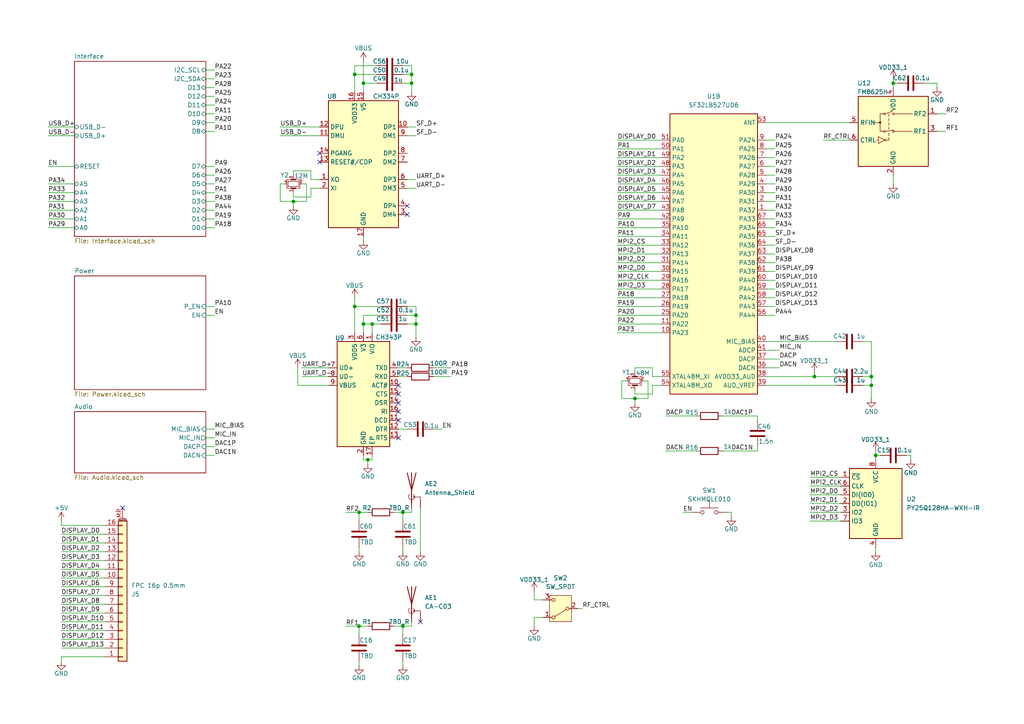
<source format=kicad_sch>
(kicad_sch (version 20231120) (generator "eeschema") (generator_version "8.0")
  (paper "A4")
  (title_block (date "mar. 31 mars 2015"))
  (junction (at 119.38 21.59))
  (junction (at 254 132.08))
  (junction (at 105.41 93.98))
  (junction (at 184.15 115.57))
  (junction (at 119.38 24.13))
  (junction (at 106.68 133.35))
  (junction (at 252.73 109.22))
  (junction (at 104.14 148.59))
  (junction (at 252.73 111.76))
  (junction (at 120.65 91.44))
  (junction (at 102.87 88.9))
  (junction (at 85.09 58.42))
  (junction (at 116.84 181.61))
  (junction (at 107.95 93.98))
  (junction (at 105.41 24.13))
  (junction (at 104.14 181.61))
  (junction (at 102.87 21.59))
  (junction (at 120.65 93.98))
  (junction (at 259.08 24.13))
  (junction (at 236.22 109.22))
  (junction (at 116.84 148.59))
  (no_connect (at 115.57 121.92))
  (no_connect (at 118.11 59.69))
  (no_connect (at 115.57 119.38))
  (no_connect (at 115.57 111.76))
  (no_connect (at 92.71 46.99))
  (no_connect (at 92.71 44.45))
  (no_connect (at 115.57 116.84))
  (no_connect (at 35.56 147.32))
  (no_connect (at 121.92 180.34))
  (no_connect (at 118.11 62.23))
  (no_connect (at 115.57 127))
  (no_connect (at 115.57 114.3))
  (wire (pts (xy 179.07 76.2) (xy 191.77 76.2)))
  (wire (pts (xy 116.84 184.15) (xy 116.84 181.61)))
  (wire (pts (xy 90.17 54.61) (xy 90.17 57.15)))
  (wire (pts (xy 222.25 43.18) (xy 224.79 43.18)))
  (wire (pts (xy 17.78 185.42) (xy 30.48 185.42)))
  (wire (pts (xy 17.78 167.64) (xy 30.48 167.64)))
  (wire (pts (xy 59.69 127) (xy 62.23 127)))
  (wire (pts (xy 17.78 187.96) (xy 30.48 187.96)))
  (wire (pts (xy 224.79 66.04) (xy 222.25 66.04)))
  (wire (pts (xy 116.84 21.59) (xy 119.38 21.59)))
  (wire (pts (xy 13.97 39.37) (xy 21.59 39.37)))
  (wire (pts (xy 87.63 53.34) (xy 88.9 53.34)))
  (wire (pts (xy 92.71 54.61) (xy 90.17 54.61)))
  (wire (pts (xy 105.41 93.98) (xy 105.41 96.52)))
  (wire (pts (xy 119.38 21.59) (xy 119.38 24.13)))
  (wire (pts (xy 271.78 24.13) (xy 271.78 25.4)))
  (wire (pts (xy 179.07 63.5) (xy 191.77 63.5)))
  (wire (pts (xy 17.78 180.34) (xy 30.48 180.34)))
  (wire (pts (xy 224.79 53.34) (xy 222.25 53.34)))
  (wire (pts (xy 59.69 124.46) (xy 62.23 124.46)))
  (wire (pts (xy 222.25 104.14) (xy 226.06 104.14)))
  (wire (pts (xy 17.78 182.88) (xy 30.48 182.88)))
  (wire (pts (xy 179.07 55.88) (xy 191.77 55.88)))
  (wire (pts (xy 105.41 68.58) (xy 105.41 69.85)))
  (wire (pts (xy 179.07 43.18) (xy 191.77 43.18)))
  (wire (pts (xy 193.04 130.81) (xy 201.93 130.81)))
  (wire (pts (xy 118.11 54.61) (xy 120.65 54.61)))
  (wire (pts (xy 179.07 66.04) (xy 191.77 66.04)))
  (wire (pts (xy 62.23 66.04) (xy 59.69 66.04)))
  (wire (pts (xy 189.23 114.3) (xy 184.15 114.3)))
  (wire (pts (xy 154.94 171.45) (xy 154.94 173.99)))
  (wire (pts (xy 106.68 133.35) (xy 107.95 133.35)))
  (wire (pts (xy 259.08 24.13) (xy 259.08 25.4)))
  (wire (pts (xy 62.23 33.02) (xy 59.69 33.02)))
  (wire (pts (xy 30.48 152.4) (xy 17.78 152.4)))
  (wire (pts (xy 184.15 114.3) (xy 184.15 113.03)))
  (wire (pts (xy 224.79 58.42) (xy 222.25 58.42)))
  (wire (pts (xy 115.57 124.46) (xy 118.11 124.46)))
  (wire (pts (xy 62.23 35.56) (xy 59.69 35.56)))
  (wire (pts (xy 118.11 109.22) (xy 115.57 109.22)))
  (wire (pts (xy 17.78 190.5) (xy 17.78 191.77)))
  (wire (pts (xy 90.17 57.15) (xy 85.09 57.15)))
  (wire (pts (xy 59.69 132.08) (xy 62.23 132.08)))
  (wire (pts (xy 17.78 172.72) (xy 30.48 172.72)))
  (wire (pts (xy 187.96 110.49) (xy 187.96 115.57)))
  (wire (pts (xy 234.95 138.43) (xy 243.84 138.43)))
  (wire (pts (xy 13.97 63.5) (xy 21.59 63.5)))
  (wire (pts (xy 209.55 120.65) (xy 219.71 120.65)))
  (wire (pts (xy 17.78 175.26) (xy 30.48 175.26)))
  (wire (pts (xy 13.97 48.26) (xy 21.59 48.26)))
  (wire (pts (xy 252.73 111.76) (xy 252.73 115.57)))
  (wire (pts (xy 189.23 111.76) (xy 189.23 114.3)))
  (wire (pts (xy 234.95 140.97) (xy 243.84 140.97)))
  (wire (pts (xy 179.07 53.34) (xy 191.77 53.34)))
  (wire (pts (xy 184.15 106.68) (xy 189.23 106.68)))
  (wire (pts (xy 222.25 76.2) (xy 224.79 76.2)))
  (wire (pts (xy 105.41 91.44) (xy 110.49 91.44)))
  (wire (pts (xy 180.34 110.49) (xy 181.61 110.49)))
  (wire (pts (xy 259.08 50.8) (xy 259.08 53.34)))
  (wire (pts (xy 116.84 158.75) (xy 116.84 160.02)))
  (wire (pts (xy 234.95 151.13) (xy 243.84 151.13)))
  (wire (pts (xy 222.25 109.22) (xy 236.22 109.22)))
  (wire (pts (xy 222.25 40.64) (xy 224.79 40.64)))
  (wire (pts (xy 254 132.08) (xy 255.27 132.08)))
  (wire (pts (xy 191.77 111.76) (xy 189.23 111.76)))
  (wire (pts (xy 105.41 93.98) (xy 107.95 93.98)))
  (wire (pts (xy 104.14 148.59) (xy 104.14 151.13)))
  (wire (pts (xy 17.78 177.8) (xy 30.48 177.8)))
  (wire (pts (xy 179.07 60.96) (xy 191.77 60.96)))
  (wire (pts (xy 13.97 60.96) (xy 21.59 60.96)))
  (wire (pts (xy 13.97 36.83) (xy 21.59 36.83)))
  (wire (pts (xy 179.07 45.72) (xy 191.77 45.72)))
  (wire (pts (xy 59.69 60.96) (xy 62.23 60.96)))
  (wire (pts (xy 212.09 148.59) (xy 212.09 149.86)))
  (wire (pts (xy 224.79 88.9) (xy 222.25 88.9)))
  (wire (pts (xy 264.16 132.08) (xy 264.16 133.35)))
  (wire (pts (xy 85.09 50.8) (xy 85.09 49.53)))
  (wire (pts (xy 13.97 66.04) (xy 21.59 66.04)))
  (wire (pts (xy 13.97 58.42) (xy 21.59 58.42)))
  (wire (pts (xy 102.87 21.59) (xy 102.87 26.67)))
  (wire (pts (xy 17.78 160.02) (xy 30.48 160.02)))
  (wire (pts (xy 250.19 109.22) (xy 252.73 109.22)))
  (wire (pts (xy 184.15 115.57) (xy 180.34 115.57)))
  (wire (pts (xy 116.84 191.77) (xy 116.84 193.04)))
  (wire (pts (xy 179.07 78.74) (xy 191.77 78.74)))
  (wire (pts (xy 184.15 115.57) (xy 184.15 116.84)))
  (wire (pts (xy 130.81 109.22) (xy 125.73 109.22)))
  (wire (pts (xy 109.22 19.05) (xy 102.87 19.05)))
  (wire (pts (xy 222.25 99.06) (xy 242.57 99.06)))
  (wire (pts (xy 85.09 58.42) (xy 85.09 59.69)))
  (wire (pts (xy 222.25 106.68) (xy 226.06 106.68)))
  (wire (pts (xy 252.73 99.06) (xy 252.73 109.22)))
  (wire (pts (xy 224.79 83.82) (xy 222.25 83.82)))
  (wire (pts (xy 119.38 19.05) (xy 119.38 21.59)))
  (wire (pts (xy 105.41 17.78) (xy 105.41 24.13)))
  (wire (pts (xy 222.25 111.76) (xy 242.57 111.76)))
  (wire (pts (xy 179.07 86.36) (xy 191.77 86.36)))
  (wire (pts (xy 110.49 88.9) (xy 102.87 88.9)))
  (wire (pts (xy 62.23 20.32) (xy 59.69 20.32)))
  (wire (pts (xy 271.78 38.1) (xy 274.32 38.1)))
  (wire (pts (xy 186.69 110.49) (xy 187.96 110.49)))
  (wire (pts (xy 107.95 133.35) (xy 107.95 132.08)))
  (wire (pts (xy 59.69 91.44) (xy 62.23 91.44)))
  (wire (pts (xy 179.07 91.44) (xy 191.77 91.44)))
  (wire (pts (xy 193.04 120.65) (xy 201.93 120.65)))
  (wire (pts (xy 106.68 133.35) (xy 106.68 134.62)))
  (wire (pts (xy 236.22 109.22) (xy 242.57 109.22)))
  (wire (pts (xy 224.79 55.88) (xy 222.25 55.88)))
  (wire (pts (xy 59.69 58.42) (xy 62.23 58.42)))
  (wire (pts (xy 114.3 181.61) (xy 116.84 181.61)))
  (wire (pts (xy 238.76 40.64) (xy 246.38 40.64)))
  (wire (pts (xy 59.69 88.9) (xy 62.23 88.9)))
  (wire (pts (xy 116.84 151.13) (xy 116.84 148.59)))
  (wire (pts (xy 259.08 24.13) (xy 260.35 24.13)))
  (wire (pts (xy 224.79 81.28) (xy 222.25 81.28)))
  (wire (pts (xy 210.82 148.59) (xy 212.09 148.59)))
  (wire (pts (xy 267.97 24.13) (xy 271.78 24.13)))
  (wire (pts (xy 107.95 93.98) (xy 110.49 93.98)))
  (wire (pts (xy 222.25 71.12) (xy 224.79 71.12)))
  (wire (pts (xy 189.23 106.68) (xy 189.23 109.22)))
  (wire (pts (xy 252.73 109.22) (xy 252.73 111.76)))
  (wire (pts (xy 87.63 106.68) (xy 95.25 106.68)))
  (wire (pts (xy 222.25 50.8) (xy 224.79 50.8)))
  (wire (pts (xy 157.48 179.07) (xy 154.94 179.07)))
  (wire (pts (xy 184.15 107.95) (xy 184.15 106.68)))
  (wire (pts (xy 118.11 91.44) (xy 120.65 91.44)))
  (wire (pts (xy 234.95 146.05) (xy 243.84 146.05)))
  (wire (pts (xy 118.11 93.98) (xy 120.65 93.98)))
  (wire (pts (xy 254 158.75) (xy 254 160.02)))
  (wire (pts (xy 114.3 148.59) (xy 116.84 148.59)))
  (wire (pts (xy 125.73 124.46) (xy 128.27 124.46)))
  (wire (pts (xy 17.78 165.1) (xy 30.48 165.1)))
  (wire (pts (xy 13.97 55.88) (xy 21.59 55.88)))
  (wire (pts (xy 30.48 190.5) (xy 17.78 190.5)))
  (wire (pts (xy 116.84 24.13) (xy 119.38 24.13)))
  (wire (pts (xy 154.94 179.07) (xy 154.94 181.61)))
  (wire (pts (xy 102.87 21.59) (xy 109.22 21.59)))
  (wire (pts (xy 120.65 93.98) (xy 120.65 97.79)))
  (wire (pts (xy 219.71 129.54) (xy 219.71 130.81)))
  (wire (pts (xy 116.84 181.61) (xy 119.38 181.61)))
  (wire (pts (xy 118.11 106.68) (xy 115.57 106.68)))
  (wire (pts (xy 62.23 30.48) (xy 59.69 30.48)))
  (wire (pts (xy 198.12 148.59) (xy 200.66 148.59)))
  (wire (pts (xy 86.36 106.68) (xy 86.36 111.76)))
  (wire (pts (xy 130.81 106.68) (xy 125.73 106.68)))
  (wire (pts (xy 104.14 158.75) (xy 104.14 160.02)))
  (wire (pts (xy 119.38 147.32) (xy 119.38 148.59)))
  (wire (pts (xy 104.14 148.59) (xy 106.68 148.59)))
  (wire (pts (xy 116.84 148.59) (xy 119.38 148.59)))
  (wire (pts (xy 62.23 25.4) (xy 59.69 25.4)))
  (wire (pts (xy 224.79 78.74) (xy 222.25 78.74)))
  (wire (pts (xy 17.78 170.18) (xy 30.48 170.18)))
  (wire (pts (xy 85.09 58.42) (xy 81.28 58.42)))
  (wire (pts (xy 180.34 115.57) (xy 180.34 110.49)))
  (wire (pts (xy 62.23 27.94) (xy 59.69 27.94)))
  (wire (pts (xy 121.92 147.32) (xy 121.92 160.02)))
  (wire (pts (xy 85.09 57.15) (xy 85.09 55.88)))
  (wire (pts (xy 17.78 157.48) (xy 30.48 157.48)))
  (wire (pts (xy 179.07 88.9) (xy 191.77 88.9)))
  (wire (pts (xy 120.65 39.37) (xy 118.11 39.37)))
  (wire (pts (xy 120.65 88.9) (xy 120.65 91.44)))
  (wire (pts (xy 254 130.81) (xy 254 132.08)))
  (wire (pts (xy 179.07 81.28) (xy 191.77 81.28)))
  (wire (pts (xy 104.14 191.77) (xy 104.14 193.04)))
  (wire (pts (xy 62.23 55.88) (xy 59.69 55.88)))
  (wire (pts (xy 87.63 109.22) (xy 95.25 109.22)))
  (wire (pts (xy 234.95 148.59) (xy 243.84 148.59)))
  (wire (pts (xy 119.38 24.13) (xy 119.38 26.67)))
  (wire (pts (xy 259.08 22.86) (xy 259.08 24.13)))
  (wire (pts (xy 102.87 19.05) (xy 102.87 21.59)))
  (wire (pts (xy 209.55 130.81) (xy 219.71 130.81)))
  (wire (pts (xy 105.41 26.67) (xy 105.41 24.13)))
  (wire (pts (xy 90.17 52.07) (xy 92.71 52.07)))
  (wire (pts (xy 62.23 50.8) (xy 59.69 50.8)))
  (wire (pts (xy 179.07 50.8) (xy 191.77 50.8)))
  (wire (pts (xy 81.28 39.37) (xy 92.71 39.37)))
  (wire (pts (xy 62.23 22.86) (xy 59.69 22.86)))
  (wire (pts (xy 17.78 162.56) (xy 30.48 162.56)))
  (wire (pts (xy 179.07 48.26) (xy 191.77 48.26)))
  (wire (pts (xy 234.95 143.51) (xy 243.84 143.51)))
  (wire (pts (xy 179.07 40.64) (xy 191.77 40.64)))
  (wire (pts (xy 224.79 73.66) (xy 222.25 73.66)))
  (wire (pts (xy 102.87 88.9) (xy 102.87 96.52)))
  (wire (pts (xy 157.48 173.99) (xy 154.94 173.99)))
  (wire (pts (xy 179.07 73.66) (xy 191.77 73.66)))
  (wire (pts (xy 224.79 63.5) (xy 222.25 63.5)))
  (wire (pts (xy 81.28 36.83) (xy 92.71 36.83)))
  (wire (pts (xy 222.25 35.56) (xy 246.38 35.56)))
  (wire (pts (xy 224.79 60.96) (xy 222.25 60.96)))
  (wire (pts (xy 17.78 151.13) (xy 17.78 152.4)))
  (wire (pts (xy 254 132.08) (xy 254 133.35)))
  (wire (pts (xy 179.07 71.12) (xy 191.77 71.12)))
  (wire (pts (xy 118.11 88.9) (xy 120.65 88.9)))
  (wire (pts (xy 85.09 49.53) (xy 90.17 49.53)))
  (wire (pts (xy 118.11 52.07) (xy 120.65 52.07)))
  (wire (pts (xy 59.69 129.54) (xy 62.23 129.54)))
  (wire (pts (xy 236.22 107.95) (xy 236.22 109.22)))
  (wire (pts (xy 222.25 48.26) (xy 224.79 48.26)))
  (wire (pts (xy 189.23 109.22) (xy 191.77 109.22)))
  (wire (pts (xy 100.33 148.59) (xy 104.14 148.59)))
  (wire (pts (xy 102.87 86.36) (xy 102.87 88.9)))
  (wire (pts (xy 222.25 68.58) (xy 224.79 68.58)))
  (wire (pts (xy 90.17 49.53) (xy 90.17 52.07)))
  (wire (pts (xy 116.84 19.05) (xy 119.38 19.05)))
  (wire (pts (xy 62.23 63.5) (xy 59.69 63.5)))
  (wire (pts (xy 105.41 132.08) (xy 105.41 133.35)))
  (wire (pts (xy 104.14 181.61) (xy 106.68 181.61)))
  (wire (pts (xy 250.19 99.06) (xy 252.73 99.06)))
  (wire (pts (xy 17.78 154.94) (xy 30.48 154.94)))
  (wire (pts (xy 222.25 91.44) (xy 224.79 91.44)))
  (wire (pts (xy 271.78 33.02) (xy 274.32 33.02)))
  (wire (pts (xy 88.9 58.42) (xy 85.09 58.42)))
  (wire (pts (xy 167.64 176.53) (xy 168.91 176.53)))
  (wire (pts (xy 179.07 93.98) (xy 191.77 93.98)))
  (wire (pts (xy 105.41 24.13) (xy 109.22 24.13)))
  (wire (pts (xy 107.95 93.98) (xy 107.95 96.52)))
  (wire (pts (xy 105.41 91.44) (xy 105.41 93.98)))
  (wire (pts (xy 179.07 58.42) (xy 191.77 58.42)))
  (wire (pts (xy 187.96 115.57) (xy 184.15 115.57)))
  (wire (pts (xy 179.07 68.58) (xy 191.77 68.58)))
  (wire (pts (xy 250.19 111.76) (xy 252.73 111.76)))
  (wire (pts (xy 222.25 45.72) (xy 224.79 45.72)))
  (wire (pts (xy 86.36 111.76) (xy 95.25 111.76)))
  (wire (pts (xy 219.71 121.92) (xy 219.71 120.65)))
  (wire (pts (xy 13.97 53.34) (xy 21.59 53.34)))
  (wire (pts (xy 62.23 53.34) (xy 59.69 53.34)))
  (wire (pts (xy 88.9 53.34) (xy 88.9 58.42)))
  (wire (pts (xy 120.65 36.83) (xy 118.11 36.83)))
  (wire (pts (xy 62.23 38.1) (xy 59.69 38.1)))
  (wire (pts (xy 81.28 58.42) (xy 81.28 53.34)))
  (wire (pts (xy 100.33 181.61) (xy 104.14 181.61)))
  (wire (pts (xy 179.07 83.82) (xy 191.77 83.82)))
  (wire (pts (xy 262.89 132.08) (xy 264.16 132.08)))
  (wire (pts (xy 224.79 86.36) (xy 222.25 86.36)))
  (wire (pts (xy 120.65 91.44) (xy 120.65 93.98)))
  (wire (pts (xy 119.38 180.34) (xy 119.38 181.61)))
  (wire (pts (xy 179.07 96.52) (xy 191.77 96.52)))
  (wire (pts (xy 105.41 133.35) (xy 106.68 133.35)))
  (wire (pts (xy 104.14 181.61) (xy 104.14 184.15)))
  (wire (pts (xy 222.25 101.6) (xy 226.06 101.6)))
  (wire (pts (xy 81.28 53.34) (xy 82.55 53.34)))
  (wire (pts (xy 62.23 48.26) (xy 59.69 48.26)))
  (label "PA1" (at 179.07 43.18 0))
  (label "MPI2_CLK" (at 234.95 140.97 0))
  (label "EN" (at 62.23 91.44 0))
  (label "MPI2_D1" (at 179.07 73.66 0))
  (label "DISPLAY_D11" (at 17.78 182.88 0))
  (label "PA26" (at 62.23 50.8 0))
  (label "MPI2_D1" (at 234.95 146.05 0))
  (label "DISPLAY_D11" (at 224.79 83.82 0))
  (label "PA32" (at 13.97 58.42 0))
  (label "DAC1N" (at 212.09 130.81 0))
  (label "EN" (at 198.12 148.59 0))
  (label "PA29" (at 224.79 53.34 0))
  (label "DISPLAY_D13" (at 17.78 187.96 0))
  (label "DISPLAY_D0" (at 17.78 154.94 0))
  (label "DISPLAY_D7" (at 179.07 60.96 0))
  (label "PA20" (at 179.07 91.44 0))
  (label "RF_CTRL" (at 238.76 40.64 0))
  (label "PA28" (at 224.79 50.8 0))
  (label "EN" (at 128.27 124.46 0))
  (label "RF1" (at 274.32 38.1 0))
  (label "PA19" (at 62.23 63.5 0))
  (label "DISPLAY_D6" (at 17.78 170.18 0))
  (label "PA9" (at 179.07 63.5 0))
  (label "PA31" (at 13.97 60.96 0))
  (label "MPI2_CLK" (at 179.07 81.28 0))
  (label "UART_D+" (at 87.63 106.68 0))
  (label "DISPLAY_D2" (at 179.07 48.26 0))
  (label "DISPLAY_D10" (at 224.79 81.28 0))
  (label "PA29" (at 13.97 66.04 0))
  (label "DISPLAY_D5" (at 17.78 167.64 0))
  (label "MIC_IN" (at 226.06 101.6 0))
  (label "PA23" (at 179.07 96.52 0))
  (label "PA33" (at 13.97 55.88 0))
  (label "SF_D-" (at 224.79 71.12 0))
  (label "DISPLAY_D9" (at 17.78 177.8 0))
  (label "DISPLAY_D3" (at 179.07 50.8 0))
  (label "DISPLAY_D4" (at 17.78 165.1 0))
  (label "SF_D+" (at 120.65 36.83 0))
  (label "DISPLAY_D1" (at 17.78 157.48 0))
  (label "PA10" (at 62.23 88.9 0))
  (label "PA18" (at 62.23 66.04 0))
  (label "DISPLAY_D12" (at 17.78 185.42 0))
  (label "USB_D+" (at 81.28 36.83 0))
  (label "PA20" (at 62.23 35.56 0))
  (label "PA44" (at 224.79 91.44 0))
  (label "DISPLAY_D4" (at 179.07 53.34 0))
  (label "DACN" (at 193.04 130.81 0))
  (label "RF_CTRL" (at 168.91 176.53 0))
  (label "PA9" (at 62.23 48.26 0))
  (label "MPI2_D2" (at 179.07 76.2 0))
  (label "MPI2_D3" (at 179.07 83.82 0))
  (label "PA30" (at 13.97 63.5 0))
  (label "PA10" (at 179.07 66.04 0))
  (label "MPI2_D0" (at 234.95 143.51 0))
  (label "PA27" (at 62.23 53.34 0))
  (label "DAC1N" (at 62.23 132.08 0))
  (label "PA11" (at 62.23 33.02 0))
  (label "DISPLAY_D1" (at 179.07 45.72 0))
  (label "PA22" (at 179.07 93.98 0))
  (label "PA26" (at 224.79 45.72 0))
  (label "RF2" (at 100.33 148.59 0))
  (label "EN" (at 13.97 48.26 0))
  (label "DISPLAY_D12" (at 224.79 86.36 0))
  (label "USB_D-" (at 13.97 39.37 0))
  (label "MPI2_CS" (at 179.07 71.12 0))
  (label "PA24" (at 62.23 30.48 0))
  (label "DISPLAY_D8" (at 224.79 73.66 0))
  (label "SF_D+" (at 224.79 68.58 0))
  (label "DAC1P" (at 62.23 129.54 0))
  (label "PA34" (at 13.97 53.34 0))
  (label "RF1" (at 100.33 181.61 0))
  (label "PA44" (at 62.23 60.96 0))
  (label "PA32" (at 224.79 60.96 0))
  (label "PA11" (at 179.07 68.58 0))
  (label "PA24" (at 224.79 40.64 0))
  (label "MIC_IN" (at 62.23 127 0))
  (label "DISPLAY_D5" (at 179.07 55.88 0))
  (label "UART_D-" (at 87.63 109.22 0))
  (label "PA38" (at 224.79 76.2 0))
  (label "PA19" (at 179.07 88.9 0))
  (label "PA1" (at 62.23 55.88 0))
  (label "PA38" (at 62.23 58.42 0))
  (label "DISPLAY_D9" (at 224.79 78.74 0))
  (label "MPI2_D0" (at 179.07 78.74 0))
  (label "PA31" (at 224.79 58.42 0))
  (label "DACN" (at 226.06 106.68 0))
  (label "PA33" (at 224.79 63.5 0))
  (label "PA25" (at 224.79 43.18 0))
  (label "DISPLAY_D8" (at 17.78 175.26 0))
  (label "DISPLAY_D3" (at 17.78 162.56 0))
  (label "USB_D-" (at 81.28 39.37 0))
  (label "MIC_BIAS" (at 62.23 124.46 0))
  (label "DACP" (at 226.06 104.14 0))
  (label "MPI2_D3" (at 234.95 151.13 0))
  (label "PA25" (at 62.23 27.94 0))
  (label "PA34" (at 224.79 66.04 0))
  (label "DISPLAY_D0" (at 179.07 40.64 0))
  (label "MIC_BIAS" (at 226.06 99.06 0))
  (label "DISPLAY_D6" (at 179.07 58.42 0))
  (label "PA30" (at 224.79 55.88 0))
  (label "PA22" (at 62.23 20.32 0))
  (label "SF_D-" (at 120.65 39.37 0))
  (label "MPI2_CS" (at 234.95 138.43 0))
  (label "DISPLAY_D13" (at 224.79 88.9 0))
  (label "PA23" (at 62.23 22.86 0))
  (label "DAC1P" (at 212.09 120.65 0))
  (label "PA19" (at 130.81 109.22 0))
  (label "UART_D-" (at 120.65 54.61 0))
  (label "PA18" (at 179.07 86.36 0))
  (label "UART_D+" (at 120.65 52.07 0))
  (label "DACP" (at 193.04 120.65 0))
  (label "PA10" (at 62.23 38.1 0))
  (label "USB_D+" (at 13.97 36.83 0))
  (label "RF2" (at 274.32 33.02 0))
  (label "DISPLAY_D10" (at 17.78 180.34 0))
  (label "PA18" (at 130.81 106.68 0))
  (label "PA28" (at 62.23 25.4 0))
  (label "PA27" (at 224.79 48.26 0))
  (label "MPI2_D2" (at 234.95 148.59 0))
  (label "DISPLAY_D2" (at 17.78 160.02 0))
  (label "DISPLAY_D7" (at 17.78 172.72 0))
  (symbol (lib_id "Device:R") (at 205.74 130.81 90) (unit 1)
    (property "Reference" "R16" (at 200.66 129.794 90))
    (property "Value" "1k" (at 211.074 129.54 90))
    (property "Footprint" "Resistor_SMD:R_0402_1005Metric" (effects (hide yes)))
    (property "Description" "Resistor" (effects (hide yes)))
  )
  (symbol (lib_id "Device:C") (at 246.38 109.22 90) (unit 1)
    (property "Reference" "C44" (at 243.586 107.696 90))
    (property "Value" "2.2u" (at 249.682 107.696 90))
    (property "Footprint" "Capacitor_SMD:C_0402_1005Metric" (effects (hide yes)))
    (property "Description" "Unpolarized capacitor" (effects (hide yes)))
    (property "耐压" "10V" (effects (hide yes)))
  )
  (symbol (lib_id "power:GND") (at 120.65 97.79 0) (unit 1)
    (property "Reference" "#PWR069" (effects (hide yes)))
    (property "Value" "GND" (at 120.65 101.346 0))
    (property "Description" "Power symbol creates a global label with name \"GND\" , ground" (effects (hide yes)))
  )
  (symbol (lib_id "power:VD") (at 259.08 22.86 0) (unit 1)
    (property "Reference" "#PWR093" (effects (hide yes)))
    (property "Value" "VDD33_1" (at 259.08 19.558 0))
    (property "Description" "Power symbol creates a global label with name \"VD\"" (effects (hide yes)))
  )
  (symbol (lib_id "Device:C") (at 114.3 88.9 90) (unit 1)
    (property "Reference" "C57" (at 113.03 87.376 90) (effects (justify left)))
    (property "Value" "1u" (at 118.11 87.376 90) (effects (justify left)))
    (property "Footprint" "Capacitor_SMD:C_0402_1005Metric" (effects (hide yes)))
    (property "Description" "Unpolarized capacitor" (effects (hide yes)))
    (property "耐压" "25V" (effects (hide yes)))
  )
  (symbol (lib_id "power:VBUS") (at 102.87 86.36 0) (unit 1)
    (property "Reference" "#PWR070" (effects (hide yes)))
    (property "Value" "VBUS" (at 102.87 82.804 0))
    (property "Description" "Power symbol creates a global label with name \"VBUS\"" (effects (hide yes)))
  )
  (symbol (lib_id "Device:C") (at 116.84 154.94 0) (unit 1)
    (property "Reference" "C61" (at 118.872 152.654 0))
    (property "Value" "TBD" (at 119.126 157.226 0))
    (property "Footprint" "Capacitor_SMD:C_0402_1005Metric" (effects (hide yes)))
    (property "Description" "Unpolarized capacitor" (effects (hide yes)))
  )
  (symbol (lib_id "power:VBUS") (at 86.36 106.68 0) (unit 1)
    (property "Reference" "#PWR071" (effects (hide yes)))
    (property "Value" "VBUS" (at 86.36 103.124 0))
    (property "Description" "Power symbol creates a global label with name \"VBUS\"" (effects (hide yes)))
  )
  (symbol (lib_id "Device:R") (at 110.49 148.59 90) (unit 1)
    (property "Reference" "R2" (at 106.426 147.32 90))
    (property "Value" "TBD_R" (at 115.824 147.32 90))
    (property "Footprint" "Resistor_SMD:R_0402_1005Metric" (effects (hide yes)))
    (property "Description" "Resistor" (effects (hide yes)))
  )
  (symbol (lib_id "power:GND") (at 154.94 181.61 0) (unit 1)
    (property "Reference" "#PWR095" (effects (hide yes)))
    (property "Value" "GND" (at 154.94 185.166 0))
    (property "Description" "Power symbol creates a global label with name \"GND\" , ground" (effects (hide yes)))
  )
  (symbol (lib_id "Device:C") (at 264.16 24.13 90) (unit 1)
    (property "Reference" "C62" (at 262.89 22.606 90) (effects (justify left)))
    (property "Value" "0.1u" (at 269.748 22.606 90) (effects (justify left)))
    (property "Footprint" "Capacitor_SMD:C_0402_1005Metric" (effects (hide yes)))
    (property "Description" "Unpolarized capacitor" (effects (hide yes)))
    (property "耐压" "25V" (effects (hide yes)))
  )
  (symbol (lib_id "Device:C") (at 246.38 111.76 90) (unit 1)
    (property "Reference" "C43" (at 243.586 110.236 90))
    (property "Value" "1u" (at 249.682 110.236 90))
    (property "Footprint" "Capacitor_SMD:C_0402_1005Metric" (effects (hide yes)))
    (property "Description" "Unpolarized capacitor" (effects (hide yes)))
    (property "耐压" "6.3V" (effects (hide yes)))
  )
  (symbol (lib_id "Device:R") (at 110.49 181.61 90) (unit 1)
    (property "Reference" "R1" (at 106.426 180.34 90))
    (property "Value" "TBD_R" (at 115.824 180.34 90))
    (property "Footprint" "Resistor_SMD:R_0402_1005Metric" (effects (hide yes)))
    (property "Description" "Resistor" (effects (hide yes)))
  )
  (symbol (lib_name "GND_1") (lib_id "power:GND") (at 252.73 115.57 0) (unit 1)
    (property "Reference" "#PWR079" (effects (hide yes)))
    (property "Value" "GND" (at 252.73 119.38 0))
    (property "Description" "Power symbol creates a global label with name \"GND\" , ground" (effects (hide yes)))
  )
  (symbol (lib_id "USB2UART:CH343P") (at 105.41 114.3 0) (unit 1)
    (property "Reference" "U9" (at 98.552 98.044 0))
    (property "Value" "CH343P" (at 112.776 97.79 0))
    (property "Footprint" "Package_DFN_QFN:QFN-16-1EP_3x3mm_P0.5mm_EP1.7x1.7mm" (effects (hide yes)))
  )
  (symbol (lib_id "Device:C") (at 113.03 21.59 90) (unit 1)
    (property "Reference" "C50" (at 112.014 20.32 90) (effects (justify left)))
    (property "Value" "0.1u" (at 118.618 20.32 90) (effects (justify left)))
    (property "Footprint" "Capacitor_SMD:C_0402_1005Metric" (effects (hide yes)))
    (property "Description" "Unpolarized capacitor" (effects (hide yes)))
    (property "耐压" "25V" (effects (hide yes)))
  )
  (symbol (lib_id "Connector_Generic_MountingPin:Conn_01x16_MountingPin") (at 35.56 172.72 0) (mirror x) (unit 1)
    (property "Reference" "J5" (at 38.1 172.3645 0) (effects (justify left)))
    (property "Value" "FPC 16p 0.5mm" (at 38.1 169.8245 0) (effects (justify left)))
    (property "Footprint" "Connector_FFC-FPC:Hirose_FH12-16S-0.5SH_1x16-1MP_P0.50mm_Horizontal" (effects (hide yes)))
    (property "Description" "Generic connectable mounting pin connector, single row, 01x16, script generated (kicad-library-utils/schlib/autogen/connector/)" (effects (hide yes)))
  )
  (symbol (lib_id "Device:C") (at 113.03 19.05 90) (unit 1)
    (property "Reference" "C56" (at 112.014 17.78 90) (effects (justify left)))
    (property "Value" "10u" (at 118.618 17.78 90) (effects (justify left)))
    (property "Footprint" "Capacitor_SMD:C_0402_1005Metric" (effects (hide yes)))
    (property "Description" "Unpolarized capacitor" (effects (hide yes)))
    (property "耐压" "25V" (effects (hide yes)))
  )
  (symbol (lib_id "power:GND") (at 105.41 69.85 0) (unit 1)
    (property "Reference" "#PWR066" (effects (hide yes)))
    (property "Value" "GND" (at 105.41 73.406 0))
    (property "Description" "Power symbol creates a global label with name \"GND\" , ground" (effects (hide yes)))
  )
  (symbol (lib_id "power:GND") (at 259.08 53.34 0) (unit 1)
    (property "Reference" "#PWR090" (effects (hide yes)))
    (property "Value" "GND" (at 259.08 56.896 0))
    (property "Description" "Power symbol creates a global label with name \"GND\" , ground" (effects (hide yes)))
  )
  (symbol (lib_id "Device:R") (at 121.92 109.22 90) (unit 1)
    (property "Reference" "R25" (at 116.84 108.204 90))
    (property "Value" "100R" (at 127.254 107.95 90))
    (property "Footprint" "Resistor_SMD:R_0402_1005Metric" (effects (hide yes)))
    (property "Description" "Resistor" (effects (hide yes)))
  )
  (symbol (lib_id "power:GND") (at 121.92 160.02 0) (unit 1)
    (property "Reference" "#PWR021" (effects (hide yes)))
    (property "Value" "GND" (at 121.92 163.576 0))
    (property "Description" "Power symbol creates a global label with name \"GND\" , ground" (effects (hide yes)))
  )
  (symbol (lib_id "Device:C") (at 116.84 187.96 0) (unit 1)
    (property "Reference" "C17" (at 118.872 185.674 0))
    (property "Value" "TBD" (at 119.126 190.246 0))
    (property "Footprint" "Capacitor_SMD:C_0402_1005Metric" (effects (hide yes)))
    (property "Description" "Unpolarized capacitor" (effects (hide yes)))
  )
  (symbol (lib_id "Device:C") (at 104.14 187.96 0) (unit 1)
    (property "Reference" "C16" (at 106.172 185.674 0))
    (property "Value" "TBD" (at 106.426 190.246 0))
    (property "Footprint" "Capacitor_SMD:C_0402_1005Metric" (effects (hide yes)))
    (property "Description" "Unpolarized capacitor" (effects (hide yes)))
  )
  (symbol (lib_name "GND_1") (lib_id "power:GND") (at 254 160.02 0) (unit 1)
    (property "Reference" "#PWR017" (effects (hide yes)))
    (property "Value" "GND" (at 254 163.83 0))
    (property "Description" "Power symbol creates a global label with name \"GND\" , ground" (effects (hide yes)))
  )
  (symbol (lib_id "RF_Switch:BGS12WN6E6327") (at 259.08 38.1 0) (unit 1)
    (property "Reference" "U12" (at 248.666 24.13 0) (effects (justify left)))
    (property "Value" "FM8625H" (at 248.666 26.67 0) (effects (justify left)))
    (property "Footprint" "Package_LGA:Infineon_PG-TSNP-6-10_0.7x1.1mm_0.7x1.1mm_P0.4mm" (effects (hide yes)))
    (property "Datasheet" "https://www.infineon.com/dgdl/Infineon-BGS12WN6-DataSheet-v02_05-EN.pdf?fileId=5546d4626b2d8e69016b89d2b3334727" (effects (hide yes)))
    (property "Description" "SPDT DC-9GHz switch, 45dB isolation at 960MHz, PG-TSNP-6-10" (effects (hide yes)))
  )
  (symbol (lib_id "power:GND") (at 116.84 160.02 0) (unit 1)
    (property "Reference" "#PWR092" (effects (hide yes)))
    (property "Value" "GND" (at 116.84 163.576 0))
    (property "Description" "Power symbol creates a global label with name \"GND\" , ground" (effects (hide yes)))
  )
  (symbol (lib_id "power:GND") (at 212.09 149.86 0) (unit 1)
    (property "Reference" "#PWR073" (effects (hide yes)))
    (property "Value" "GND" (at 212.09 153.416 0))
    (property "Description" "Power symbol creates a global label with name \"GND\" , ground" (effects (hide yes)))
  )
  (symbol (lib_id "Device:C") (at 114.3 93.98 90) (unit 1)
    (property "Reference" "C51" (at 113.03 92.456 90) (effects (justify left)))
    (property "Value" "1u" (at 118.11 92.456 90) (effects (justify left)))
    (property "Footprint" "Capacitor_SMD:C_0402_1005Metric" (effects (hide yes)))
    (property "Description" "Unpolarized capacitor" (effects (hide yes)))
    (property "耐压" "25V" (effects (hide yes)))
  )
  (symbol (lib_id "power:GND") (at 104.14 160.02 0) (unit 1)
    (property "Reference" "#PWR091" (effects (hide yes)))
    (property "Value" "GND" (at 104.14 163.576 0))
    (property "Description" "Power symbol creates a global label with name \"GND\" , ground" (effects (hide yes)))
  )
  (symbol (lib_id "power:VD") (at 254 130.81 0) (unit 1)
    (property "Reference" "#PWR013" (effects (hide yes)))
    (property "Value" "VDD33_1" (at 254 127.508 0))
    (property "Description" "Power symbol creates a global label with name \"VD\"" (effects (hide yes)))
  )
  (symbol (lib_id "Memory_Flash:W25Q128JVP") (at 254 146.05 0) (unit 1)
    (property "Reference" "U2" (at 262.89 144.7799 0) (effects (justify left)))
    (property "Value" "PY25Q128HA-WXH-IR" (at 262.89 147.3199 0) (effects (justify left)))
    (property "Footprint" "Package_SON:WSON-8-1EP_6x5mm_P1.27mm_EP3.4x4.3mm" (effects (hide yes)))
    (property "Datasheet" "https://www.winbond.com/resource-files/w25q128jv_dtr%20revc%2003272018%20plus.pdf" (effects (hide yes)))
    (property "Description" "128Mb Serial Flash Memory, Standard/Dual/Quad SPI, WSON-8" (effects (hide yes)))
  )
  (symbol (lib_id "Device:C") (at 246.38 99.06 90) (unit 1)
    (property "Reference" "C42" (at 243.586 97.536 90))
    (property "Value" "1u" (at 249.682 97.536 90))
    (property "Footprint" "Capacitor_SMD:C_0402_1005Metric" (effects (hide yes)))
    (property "Description" "Unpolarized capacitor" (effects (hide yes)))
    (property "耐压" "6.3V" (effects (hide yes)))
  )
  (symbol (lib_id "Device:R") (at 205.74 120.65 90) (unit 1)
    (property "Reference" "R15" (at 200.66 119.634 90))
    (property "Value" "1k" (at 211.074 119.38 90))
    (property "Footprint" "Resistor_SMD:R_0402_1005Metric" (effects (hide yes)))
    (property "Description" "Resistor" (effects (hide yes)))
  )
  (symbol (lib_id "power:GND") (at 184.15 116.84 0) (unit 1)
    (property "Reference" "#PWR020" (effects (hide yes)))
    (property "Value" "GND" (at 184.15 120.396 0))
    (property "Description" "Power symbol creates a global label with name \"GND\" , ground" (effects (hide yes)))
  )
  (symbol (lib_id "Switch:SW_Push") (at 205.74 148.59 0) (unit 1)
    (property "Reference" "SW1" (at 205.74 142.24 0))
    (property "Value" "SKHMQLE010" (at 205.74 144.78 0))
    (property "Footprint" "My Switch:KEY-SMD_4P-L6.2-W6.5-P4.50-LS8.0_SKHMXX" (effects (hide yes)))
    (property "Description" "Push button switch, generic, two pins" (effects (hide yes)))
  )
  (symbol (lib_id "power:GND") (at 119.38 26.67 0) (unit 1)
    (property "Reference" "#PWR080" (effects (hide yes)))
    (property "Value" "GND" (at 119.38 30.226 0))
    (property "Description" "Power symbol creates a global label with name \"GND\" , ground" (effects (hide yes)))
  )
  (symbol (lib_id "Device:Crystal_GND24_Small") (at 184.15 110.49 90) (unit 1)
    (property "Reference" "Y1" (at 181.61 107.95 90))
    (property "Value" "48M" (at 186.436 108.204 90))
    (property "Footprint" "Crystal:Crystal_SMD_2016-4Pin_2.0x1.6mm" (effects (hide yes)))
    (property "Description" "Four pin crystal, GND on pins 2 and 4, small symbol" (effects (hide yes)))
  )
  (symbol (lib_id "power:VD") (at 236.22 107.95 0) (unit 1)
    (property "Reference" "#PWR053" (effects (hide yes)))
    (property "Value" "VDD33_1" (at 236.22 104.648 0))
    (property "Description" "Power symbol creates a global label with name \"VD\"" (effects (hide yes)))
  )
  (symbol (lib_id "power:GND") (at 271.78 25.4 0) (unit 1)
    (property "Reference" "#PWR094" (effects (hide yes)))
    (property "Value" "GND" (at 271.78 28.956 0))
    (property "Description" "Power symbol creates a global label with name \"GND\" , ground" (effects (hide yes)))
  )
  (symbol (lib_name "GND_1") (lib_id "power:GND") (at 264.16 133.35 0) (unit 1)
    (property "Reference" "#PWR016" (effects (hide yes)))
    (property "Value" "GND" (at 264.16 137.16 0))
    (property "Description" "Power symbol creates a global label with name \"GND\" , ground" (effects (hide yes)))
  )
  (symbol (lib_name "+5V_1") (lib_id "power:+5V") (at 17.78 151.13 0) (unit 1)
    (property "Reference" "#PWR055" (effects (hide yes)))
    (property "Value" "+5V" (at 17.78 147.32 0))
    (property "Description" "Power symbol creates a global label with name \"+5V\"" (effects (hide yes)))
  )
  (symbol (lib_id "Device:C") (at 113.03 24.13 90) (unit 1)
    (property "Reference" "C49" (at 112.014 22.86 90) (effects (justify left)))
    (property "Value" "1u" (at 116.84 23.114 90) (effects (justify left)))
    (property "Footprint" "Capacitor_SMD:C_0402_1005Metric" (effects (hide yes)))
    (property "Description" "Unpolarized capacitor" (effects (hide yes)))
    (property "耐压" "25V" (effects (hide yes)))
  )
  (symbol (lib_id "Device:C") (at 259.08 132.08 90) (unit 1)
    (property "Reference" "C15" (at 256.286 130.556 90))
    (property "Value" "0.1u" (at 262.382 130.556 90))
    (property "Footprint" "Capacitor_SMD:C_0402_1005Metric" (effects (hide yes)))
    (property "Description" "Unpolarized capacitor" (effects (hide yes)))
    (property "耐压" "6.3V" (effects (hide yes)))
  )
  (symbol (lib_id "USB HUB:CH334P") (at 105.41 46.99 0) (unit 1)
    (property "Reference" "U8" (at 96.266 27.94 0))
    (property "Value" "CH334P" (at 112.014 27.94 0))
    (property "Footprint" "Package_DFN_QFN:QFN-16-1EP_3x3mm_P0.5mm_EP1.7x1.7mm" (effects (hide yes)))
  )
  (symbol (lib_id "Device:Antenna_Shield") (at 119.38 175.26 0) (unit 1)
    (property "Reference" "AE1" (at 123.19 173.3549 0) (effects (justify left)))
    (property "Value" "CA-C03" (at 123.19 175.8949 0) (effects (justify left)))
    (property "Footprint" "CrossAir ANT:CA-C03" (effects (hide yes)))
    (property "Description" "Antenna with extra pin for shielding" (effects (hide yes)))
  )
  (symbol (lib_id "Device:C") (at 219.71 125.73 0) (unit 1)
    (property "Reference" "C46" (at 219.71 123.698 0) (effects (justify left)))
    (property "Value" "1.5n" (at 219.964 128.016 0) (effects (justify left)))
    (property "Footprint" "Capacitor_SMD:C_0402_1005Metric" (effects (hide yes)))
    (property "Description" "Unpolarized capacitor" (effects (hide yes)))
    (property "耐压" "25V" (effects (hide yes)))
  )
  (symbol (lib_id "Switch:SW_SPDT") (at 162.56 176.53 180) (unit 1)
    (property "Reference" "SW2" (at 162.56 167.64 0))
    (property "Value" "SW_SPDT" (at 162.56 170.18 0))
    (property "Description" "Switch, single pole double throw" (effects (hide yes)))
  )
  (symbol (lib_id "power:VD") (at 154.94 171.45 0) (unit 1)
    (property "Reference" "#PWR096" (effects (hide yes)))
    (property "Value" "VDD33_1" (at 154.94 168.148 0))
    (property "Description" "Power symbol creates a global label with name \"VD\"" (effects (hide yes)))
  )
  (symbol (lib_id "power:VBUS") (at 105.41 17.78 0) (unit 1)
    (property "Reference" "#PWR067" (effects (hide yes)))
    (property "Value" "VBUS" (at 105.41 13.97 0))
    (property "Description" "Power symbol creates a global label with name \"VBUS\"" (effects (hide yes)))
  )
  (symbol (lib_id "power:GND") (at 85.09 59.69 0) (unit 1)
    (property "Reference" "#PWR068" (effects (hide yes)))
    (property "Value" "GND" (at 85.09 63.246 0))
    (property "Description" "Power symbol creates a global label with name \"GND\" , ground" (effects (hide yes)))
  )
  (symbol (lib_id "power:GND") (at 106.68 134.62 0) (unit 1)
    (property "Reference" "#PWR081" (effects (hide yes)))
    (property "Value" "GND" (at 106.68 138.176 0))
    (property "Description" "Power symbol creates a global label with name \"GND\" , ground" (effects (hide yes)))
  )
  (symbol (lib_id "MCU_SIFLI:SF32LB52xUx") (at 207.01 73.66 0) (unit 2)
    (property "Reference" "U1" (at 207.01 27.94 0))
    (property "Value" "SF32LB527UD6" (at 207.01 30.48 0))
    (property "Footprint" "Package_DFN_QFN:ArtInChip_QFN-68-1EP_7x7mm_P0.35mm_EP5.49x5.49mm" (effects (hide yes)))
    (property "Description" "SiFli MCU, STAR-MC1 core, 512k SRAM, bnuilt-in li-on battery charger, -40~105" (effects (hide yes)))
  )
  (symbol (lib_id "Device:R") (at 121.92 106.68 90) (unit 1)
    (property "Reference" "R24" (at 116.84 105.664 90))
    (property "Value" "100R" (at 127.254 105.41 90))
    (property "Footprint" "Resistor_SMD:R_0402_1005Metric" (effects (hide yes)))
    (property "Description" "Resistor" (effects (hide yes)))
  )
  (symbol (lib_id "Device:C") (at 114.3 91.44 90) (unit 1)
    (property "Reference" "C52" (at 113.03 89.916 90) (effects (justify left)))
    (property "Value" "0.1u" (at 119.888 89.916 90) (effects (justify left)))
    (property "Footprint" "Capacitor_SMD:C_0402_1005Metric" (effects (hide yes)))
    (property "Description" "Unpolarized capacitor" (effects (hide yes)))
    (property "耐压" "25V" (effects (hide yes)))
  )
  (symbol (lib_id "power:GND") (at 104.14 193.04 0) (unit 1)
    (property "Reference" "#PWR018" (effects (hide yes)))
    (property "Value" "GND" (at 104.14 196.596 0))
    (property "Description" "Power symbol creates a global label with name \"GND\" , ground" (effects (hide yes)))
  )
  (symbol (lib_id "Device:Antenna_Shield") (at 119.38 142.24 0) (unit 1)
    (property "Reference" "AE2" (at 123.19 140.3349 0) (effects (justify left)))
    (property "Value" "Antenna_Shield" (at 123.19 142.8749 0) (effects (justify left)))
    (property "Footprint" "Connector_Coaxial:U.FL_Molex_MCRF_73412-0110_Vertical" (effects (hide yes)))
    (property "Description" "Antenna with extra pin for shielding" (effects (hide yes)))
  )
  (symbol (lib_id "Device:Crystal_GND24_Small") (at 85.09 53.34 90) (unit 1)
    (property "Reference" "Y2" (at 82.55 50.8 90))
    (property "Value" "12M" (at 87.376 51.054 90))
    (property "Footprint" "Crystal:Crystal_SMD_2520-4Pin_2.5x2.0mm" (effects (hide yes)))
    (property "Description" "Four pin crystal, GND on pins 2 and 4, small symbol" (effects (hide yes)))
  )
  (symbol (lib_id "Device:C") (at 121.92 124.46 90) (unit 1)
    (property "Reference" "C53" (at 120.904 123.19 90) (effects (justify left)))
    (property "Value" "0.1u" (at 127.254 123.444 90) (effects (justify left)))
    (property "Footprint" "Capacitor_SMD:C_0402_1005Metric" (effects (hide yes)))
    (property "Description" "Unpolarized capacitor" (effects (hide yes)))
    (property "耐压" "25V" (effects (hide yes)))
  )
  (symbol (lib_id "power:GND") (at 17.78 191.77 0) (unit 1)
    (property "Reference" "#PWR054" (effects (hide yes)))
    (property "Value" "GND" (at 17.78 195.326 0))
    (property "Description" "Power symbol creates a global label with name \"GND\" , ground" (effects (hide yes)))
  )
  (symbol (lib_id "Device:C") (at 104.14 154.94 0) (unit 1)
    (property "Reference" "C60" (at 106.172 152.654 0))
    (property "Value" "TBD" (at 106.426 157.226 0))
    (property "Footprint" "Capacitor_SMD:C_0402_1005Metric" (effects (hide yes)))
    (property "Description" "Unpolarized capacitor" (effects (hide yes)))
  )
  (symbol (lib_id "power:GND") (at 116.84 193.04 0) (unit 1)
    (property "Reference" "#PWR019" (effects (hide yes)))
    (property "Value" "GND" (at 116.84 196.596 0))
    (property "Description" "Power symbol creates a global label with name \"GND\" , ground" (effects (hide yes)))
  )
  (sheet (at 21.59 119.38) (size 38.1 17.78) (stroke (width 0.1524))
    (property "Sheetname" "Audio" (at 21.59 118.6684 0) (effects (justify left bottom)))
    (property "Sheetfile" "Audio.kicad_sch" (at 21.59 137.7446 0) (effects (justify left top)))
    (pin "MIC_IN" output (at 59.69 127 0))
    (pin "MIC_BIAS" input (at 59.69 124.46 0))
    (pin "DACP" input (at 59.69 129.54 0))
    (pin "DACN" input (at 59.69 132.08 0))
  )
  (sheet (at 21.59 17.78) (size 38.1 50.8) (stroke (width 0.1524))
    (property "Sheetname" "Interface" (at 21.59 17.0684 0) (effects (justify left bottom)))
    (property "Sheetfile" "Interface.kicad_sch" (at 21.59 69.1646 0) (effects (justify left top)))
    (pin "USB_D-" bidirectional (at 21.59 36.83 180))
    (pin "USB_D+" bidirectional (at 21.59 39.37 180))
    (pin "RESET" bidirectional (at 21.59 48.26 180))
    (pin "A4" bidirectional (at 21.59 55.88 180))
    (pin "A0" bidirectional (at 21.59 66.04 180))
    (pin "A2" bidirectional (at 21.59 60.96 180))
    (pin "A1" bidirectional (at 21.59 63.5 180))
    (pin "A3" bidirectional (at 21.59 58.42 180))
    (pin "A5" bidirectional (at 21.59 53.34 180))
    (pin "I2C_SCL" bidirectional (at 59.69 20.32 0))
    (pin "I2C_SDA" bidirectional (at 59.69 22.86 0))
    (pin "D11" bidirectional (at 59.69 30.48 0))
    (pin "D12" bidirectional (at 59.69 27.94 0))
    (pin "D13" bidirectional (at 59.69 25.4 0))
    (pin "D7" bidirectional (at 59.69 48.26 0))
    (pin "D6" bidirectional (at 59.69 50.8 0))
    (pin "D10" bidirectional (at 59.69 33.02 0))
    (pin "D8" bidirectional (at 59.69 38.1 0))
    (pin "D9" bidirectional (at 59.69 35.56 0))
    (pin "D3" bidirectional (at 59.69 58.42 0))
    (pin "D5" bidirectional (at 59.69 53.34 0))
    (pin "D4" bidirectional (at 59.69 55.88 0))
    (pin "D2" bidirectional (at 59.69 60.96 0))
    (pin "D1" bidirectional (at 59.69 63.5 0))
    (pin "D0" bidirectional (at 59.69 66.04 0))
  )
  (sheet (at 21.59 80.01) (size 38.1 33.02) (stroke (width 0.1524))
    (property "Sheetname" "Power" (at 21.59 79.2984 0) (effects (justify left bottom)))
    (property "Sheetfile" "Power.kicad_sch" (at 21.59 113.6146 0) (effects (justify left top)))
    (pin "P_EN" input (at 59.69 88.9 0))
    (pin "EN" input (at 59.69 91.44 0))
  )
)
</source>
